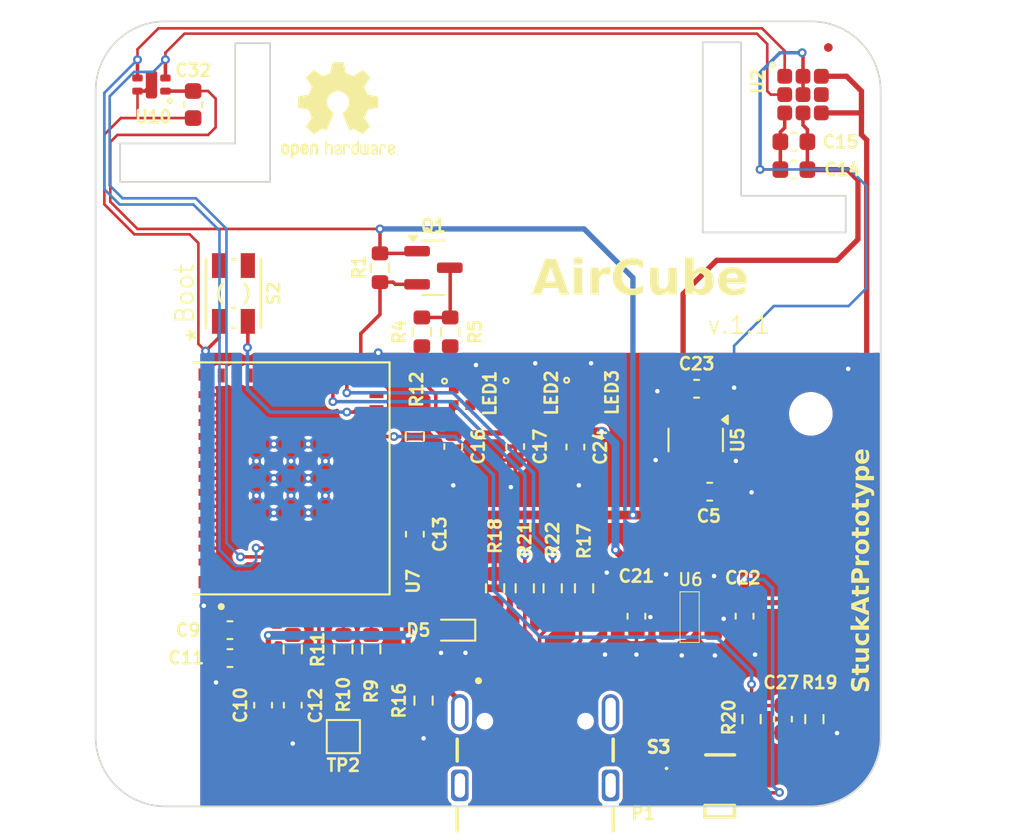
<source format=kicad_pcb>
(kicad_pcb (version 20241229) (generator "pcbnew") (generator_version "9.0")
  (layers (0 "F.Cu" signal) (2 "B.Cu" signal) (13 "F.Paste" user) (15 "B.Paste" user) (5 "F.SilkS" user "F.Silkscreen") (7 "B.SilkS" user "B.Silkscreen") (1 "F.Mask" user) (3 "B.Mask" user) (25 "Edge.Cuts" user))
  (net 0 "")
  (net 1 "GND")
  (net 2 "+3V3")
  (net 3 "/CP_EN")
  (net 4 "+1V8")
  (net 5 "+5VD")
  (net 6 "Net-(U7-IO11)")
  (net 7 "Net-(LED1-DOUT)")
  (net 8 "Net-(LED1-DIN)")
  (net 9 "Net-(LED2-DOUT)")
  (net 10 "/USB_D-")
  (net 11 "Net-(P1-CC)")
  (net 12 "/USB_D+")
  (net 13 "Net-(P1-VCONN)")
  (net 14 "Net-(P1-SHIELD)")
  (net 15 "Net-(Q1-D)")
  (net 16 "Net-(Q1-S)")
  (net 17 "/SDA")
  (net 18 "/SCL")
  (net 19 "Net-(U7-IO08)")
  (net 20 "Net-(R20-Pad2)")
  (net 21 "Net-(U7-IO9)")
  (net 45 "Net-(P1-D-)")
  (net 46 "Net-(P1-D+)")
  (footprint "Resistor_SMD:R_0603_1608Metric" (layer "F.Cu") (at 38.2 77 90)
    (property "Reference" "R10")
    (property "Value" "10k")
  )
  (footprint "Capacitor_SMD:C_0603_1608Metric" (layer "F.Cu") (at 64.025 47.9 180)
    (property "Reference" "C15")
    (property "Value" "0.1uF")
  )
  (footprint "kicad_reformed_custom_IC:MODULE_ESP32-H2-MINI-1-H2" (layer "F.Cu") (at 32.5 67.2 90)
    (property "Reference" "U7")
    (property "Value" "ESP32-H2-MINI-1")
  )
  (footprint "Fiducial:Fiducial_0.5mm_Mask1.5mm" (layer "F.Cu") (at 66.5 84)
    (property "Reference" "REF**" (hide yes))
    (property "Value" "Fiducial_0.5mm_Mask1.5mm")
  )
  (footprint "custom_IC:IN-PI15_INL" (layer "F.Cu") (at 45 62.52502)
    (property "Reference" "LED1")
    (property "Value" "IN-PI15TAT5R5G5B")
  )
  (footprint "kicad_reformed_custom_IC:ENS210" (layer "F.Cu") (at 27.2 44.625 180)
    (property "Reference" "U10")
    (property "Value" "ENS210")
  )
  (footprint "Resistor_SMD:R_0603_1608Metric" (layer "F.Cu") (at 46.9 73.5 90)
    (property "Reference" "R18")
    (property "Value" "5K1")
  )
  (footprint "Capacitor_SMD:C_0603_1608Metric" (layer "F.Cu") (at 64.025 49.5 180)
    (property "Reference" "C14")
    (property "Value" "10uF")
  )
  (footprint "Capacitor_SMD:C_0603_1608Metric" (layer "F.Cu") (at 51.5 65.4 -90)
    (property "Reference" "C24")
    (property "Value" "0.1uF")
  )
  (footprint "Resistor_SMD:R_0603_1608Metric" (layer "F.Cu") (at 44.325 58.8 -90)
    (property "Reference" "R5")
    (property "Value" "470")
  )
  (footprint "Resistor_SMD:R_0603_1608Metric" (layer "F.Cu") (at 65.2 81 -90)
    (property "Reference" "R19")
    (property "Value" "100k")
  )
  (footprint "MountingHole:MountingHole_2.2mm_M2" (layer "F.Cu") (at 46.5 45)
    (property "Reference" "REF**" (hide yes))
    (property "Value" "MountingHole_2.2mm_M2")
  )
  (footprint "Resistor_SMD:R_0603_1608Metric" (layer "F.Cu") (at 35.3 77 -90)
    (property "Reference" "R11")
    (property "Value" "10K")
  )
  (footprint "Capacitor_SMD:C_0603_1608Metric" (layer "F.Cu") (at 42.3 70.4 -90)
    (property "Reference" "C13")
    (property "Value" "0.1uF")
  )
  (footprint "Capacitor_SMD:C_0603_1608Metric" (layer "F.Cu") (at 58.45 62.0625)
    (property "Reference" "C23")
    (property "Value" "10uF")
  )
  (footprint "Package_TO_SOT_SMD:SOT-23" (layer "F.Cu") (at 58.4 65 -90)
    (property "Reference" "U5")
    (property "Value" "AP2120")
  )
  (footprint "kicad_reformed_custom_IC:LOGO_6mm_microDMG" (layer "F.Cu") (at 64.5 70)
    (property "Reference" "G***" (hide yes))
    (property "Value" "LOGO" (hide yes))
  )
  (footprint "Diode_SMD:D_SOD-523" (layer "F.Cu") (at 44.5 75.9 180)
    (property "Reference" "D5")
    (property "Value" "TPD1E10B06")
  )
  (footprint "Capacitor_SMD:C_0603_1608Metric" (layer "F.Cu") (at 48.05 65.37498 -90)
    (property "Reference" "C17")
    (property "Value" "0.1uF")
  )
  (footprint "Resistor_SMD:R_0603_1608Metric" (layer "F.Cu") (at 48.6 73.5 -90)
    (property "Reference" "R21")
    (property "Value" "22")
  )
  (footprint "kicad_reformed_custom_IC:AP2204" (layer "F.Cu") (at 58.1 75.1 -90)
    (property "Reference" "U6")
    (property "Value" "AP2205")
  )
  (footprint "Capacitor_SMD:C_0603_1608Metric" (layer "F.Cu") (at 35.3 80.2 -90)
    (property "Reference" "C12")
    (property "Value" "0.1uF")
  )
  (footprint "kicad_reformed_custom_IC:GCT_USB4105-GF-A" (layer "F.Cu") (at 49.1975 84.8)
    (property "Reference" "P1")
    (property "Value" "USB_C_Plug_USB2.0")
  )
  (footprint "MountingHole:MountingHole_2.2mm_M2" (layer "F.Cu") (at 28 82)
    (property "Reference" "REF**" (hide yes))
    (property "Value" "MountingHole_2.2mm_M2")
  )
  (footprint "Capacitor_SMD:C_0603_1608Metric" (layer "F.Cu") (at 59.2 67.9625)
    (property "Reference" "C5")
    (property "Value" "1uF")
  )
  (footprint "MountingHole:MountingHole_2.2mm_M2" (layer "F.Cu") (at 65 63.5)
    (property "Reference" "REF**" (hide yes))
    (property "Value" "MountingHole_2.2mm_M2")
  )
  (footprint "Symbol:OSHW-Logo2_7.3x6mm_SilkScreen" (layer "F.Cu") (at 37.9 46.1)
    (property "Reference" "REF**" (hide yes))
    (property "Value" "OSHW-Logo2_7.3x6mm_SilkScreen" (hide yes))
  )
  (footprint "Resistor_SMD:R_0603_1608Metric" (layer "F.Cu") (at 42.7 58.8 -90)
    (property "Reference" "R4")
    (property "Value" "10K")
  )
  (footprint "Resistor_SMD:R_0603_1608Metric" (layer "F.Cu") (at 42.7975 79.9375 -90)
    (property "Reference" "R16")
    (property "Value" "1M")
  )
  (footprint "Capacitor_SMD:C_0603_1608Metric" (layer "F.Cu") (at 44.5 65.37498 -90)
    (property "Reference" "C16")
    (property "Value" "0.1uF")
  )
  (footprint "Fiducial:Fiducial_0.5mm_Mask1.5mm" (layer "F.Cu") (at 32 84.5)
    (property "Reference" "REF**" (hide yes))
    (property "Value" "Fiducial_0.5mm_Mask1.5mm")
  )
  (footprint "kicad_reformed_custom_IC:SWITCH_0SMTRLFS" (layer "F.Cu") (at 31.9 56.6 90)
    (property "Reference" "S2")
    (property "Value" "SWITCH_0SMTRLFS")
  )
  (footprint "Capacitor_SMD:C_0603_1608Metric" (layer "F.Cu") (at 29.59 45.77 -90)
    (property "Reference" "C32")
    (property "Value" "0.1uF")
  )
  (footprint "Capacitor_SMD:C_0603_1608Metric" (layer "F.Cu") (at 63.4 81 -90)
    (property "Reference" "C27")
    (property "Value" "0.1uF")
  )
  (footprint "Resistor_SMD:R_0603_1608Metric" (layer "F.Cu") (at 61.6 81 -90)
    (property "Reference" "R20")
    (property "Value" "10k")
  )
  (footprint "Resistor_SMD:R_0603_1608Metric" (layer "F.Cu") (at 42.3 64.8 -90)
    (property "Reference" "R12")
    (property "Value" "10K")
  )
  (footprint "Capacitor_SMD:C_0603_1608Metric" (layer "F.Cu") (at 61.2 75.1 -90)
    (property "Reference" "C22")
    (property "Value" "10uF")
  )
  (footprint "Resistor_SMD:R_0603_1608Metric" (layer "F.Cu") (at 40.3 55.125 90)
    (property "Reference" "R1")
    (property "Value" "10K")
  )
  (footprint "Fiducial:Fiducial_0.5mm_Mask1.5mm" (layer "F.Cu") (at 66 42.5)
    (property "Reference" "REF**" (hide yes))
    (property "Value" "Fiducial_0.5mm_Mask1.5mm")
  )
  (footprint "kicad_reformed_custom_IC:ENS161" (layer "F.Cu") (at 64.6 45.2)
    (property "Reference" "U2")
    (property "Value" "ENS161")
  )
  (footprint "custom_IC:TL1016AAF220QG" (layer "F.Cu") (at 59.775 84.5)
    (property "Reference" "S3")
    (property "Value" "TL1016AAF220QG" (hide yes))
  )
  (footprint "Resistor_SMD:R_0603_1608Metric" (layer "F.Cu") (at 52 73.5 90)
    (property "Reference" "R17")
    (property "Value" "5K1")
  )
  (footprint "Capacitor_SMD:C_0603_1608Metric" (layer "F.Cu") (at 33.6 80.2 -90)
    (property "Reference" "C10")
    (property "Value" "1uF")
  )
  (footprint "Capacitor_SMD:C_0603_1608Metric" (layer "F.Cu") (at 55 75.1 -90)
    (property "Reference" "C21")
    (property "Value" "10uF")
  )
  (footprint "Package_TO_SOT_SMD:SOT-23" (layer "F.Cu") (at 43.3625 55.125)
    (property "Reference" "Q1")
    (property "Value" "BSS138")
  )
  (footprint "Capacitor_SMD:C_0603_1608Metric" (layer "F.Cu") (at 31.7 75.9 180)
    (property "Reference" "C9")
    (property "Value" "47uF")
  )
  (footprint "custom_IC:IN-PI15_INL" (layer "F.Cu") (at 48.525 62.5)
    (property "Reference" "LED2")
    (property "Value" "IN-PI15TAT5R5G5B")
  )
  (footprint "TestPoint:TestPoint_Pad_1.5x1.5mm" (layer "F.Cu") (at 38.2 82 180)
    (property "Reference" "TP2")
    (property "Value" "TestPoint")
  )
  (footprint "custom_IC:IN-PI15_INL" (layer "F.Cu") (at 52 62.47498)
    (property "Reference" "LED3")
    (property "Value" "IN-PI15TAT5R5G5B")
  )
  (footprint "Resistor_SMD:R_0603_1608Metric" (layer "F.Cu") (at 50.2 73.5 90)
    (property "Reference" "R22")
    (property "Value" "22")
  )
  (footprint "Capacitor_SMD:C_0603_1608Metric" (layer "F.Cu") (at 31.7 77.5 180)
    (property "Reference" "C11")
    (property "Value" "0.1uF")
  )
  (footprint "Resistor_SMD:R_0603_1608Metric" (layer "F.Cu") (at 39.8 77 90)
    (property "Reference" "R9")
    (property "Value" "10k")
  )
  (gr_line (start 61 51) (end 67 51) (stroke (width 0.1)) (layer "Edge.Cuts"))
  (gr_line (start 25.4 48) (end 25.4 50.2) (stroke (width 0.1)) (layer "Edge.Cuts"))
  (gr_line (start 32 48) (end 25.4 48) (stroke (width 0.1)) (layer "Edge.Cuts"))
  (gr_line (start 61 42.2) (end 61 51) (stroke (width 0.1)) (layer "Edge.Cuts"))
  (gr_line (start 69 45) (end 69 82) (stroke (width 0.1)) (layer "Edge.Cuts"))
  (gr_line (start 67 53.1) (end 58.8 53.1) (stroke (width 0.1)) (layer "Edge.Cuts"))
  (gr_line (start 67 51) (end 67 53.1) (stroke (width 0.1)) (layer "Edge.Cuts"))
  (gr_line (start 34 42.25) (end 32 42.25) (stroke (width 0.1)) (layer "Edge.Cuts"))
  (gr_arc (start 65 41) (mid 67.828427 42.171573) (end 69 45) (stroke (width 0.1)) (layer "Edge.Cuts"))
  (gr_line (start 24 82) (end 24 45) (stroke (width 0.1)) (layer "Edge.Cuts"))
  (gr_line (start 32 42.25) (end 32 48) (stroke (width 0.1)) (layer "Edge.Cuts"))
  (gr_line (start 25.4 50.2) (end 34 50.2) (stroke (width 0.1)) (layer "Edge.Cuts"))
  (gr_line (start 28 41) (end 65 41) (stroke (width 0.1)) (layer "Edge.Cuts"))
  (gr_arc (start 28 86) (mid 25.171573 84.828427) (end 24 82) (stroke (width 0.1)) (layer "Edge.Cuts"))
  (gr_line (start 58.8 42.2) (end 61 42.2) (stroke (width 0.1)) (layer "Edge.Cuts"))
  (gr_arc (start 69 82) (mid 67.828427 84.828427) (end 65 86) (stroke (width 0.1)) (layer "Edge.Cuts"))
  (gr_line (start 58.8 53.1) (end 58.8 42.2) (stroke (width 0.1)) (layer "Edge.Cuts"))
  (gr_arc (start 24 45) (mid 25.171573 42.171573) (end 28 41) (stroke (width 0.1)) (layer "Edge.Cuts"))
  (gr_line (start 65 86) (end 28 86) (stroke (width 0.1)) (layer "Edge.Cuts"))
  (gr_line (start 34 50.2) (end 34 42.25) (stroke (width 0.1)) (layer "Edge.Cuts"))
  (gr_text "Boot" (at 29.7 58.4 90) (layer "F.SilkS") (effects (font (size 1.016 1.016) (thickness 0.1016) (bold yes)) (justify left bottom)))
  (gr_text "AirCube" (at 49 57 0) (layer "F.SilkS") (effects (font (size 2 2) (thickness 0.1016) (bold yes)) (justify left bottom)))
  (gr_text "StuckAtPrototype" (at 68.5 79.5 90) (layer "F.SilkS") (effects (font (size 1 1) (thickness 0.1016) (bold yes)) (justify left bottom)))
  (gr_text "v.1.1" (at 59 59 0) (layer "F.SilkS") (effects (font (size 1 1) (thickness 0.1016) (bold yes)) (justify left bottom)))
  (segment (start 64.55 45.2) (end 64.55 44.15) (width 0.2032) (layer "F.Cu") (net 1))
  (segment (start 25.445 46.545) (end 24.5 47.49) (width 0.1524) (layer "F.Cu") (net 1))
  (segment (start 62.09 49.49) (end 63.24 49.49) (width 0.1524) (layer "F.Cu") (net 1))
  (segment (start 26.4 45) (end 26.4 46.535) (width 0.1524) (layer "F.Cu") (net 1))
  (segment (start 26.825 45) (end 27.2 44.625) (width 0.2032) (layer "F.Cu") (net 1))
  (segment (start 26.22 53.21) (end 29.39 53.21) (width 0.1524) (layer "F.Cu") (net 1))
  (segment (start 63.25 47.9) (end 63.25 47.35) (width 0.2032) (layer "F.Cu") (net 1))
  (segment (start 31.075 59.125) (end 31.075 58.2002) (width 0.2032) (layer "F.Cu") (net 1))
  (segment (start 29.39 53.21) (end 29.89 53.71) (width 0.1524) (layer "F.Cu") (net 1))
  (segment (start 24.5 47.49) (end 24.5 51.49) (width 0.1524) (layer "F.Cu") (net 1))
  (segment (start 26.39 46.545) (end 25.445 46.545) (width 0.1524) (layer "F.Cu") (net 1))
  (segment (start 63.5 47.1) (end 63.5 46.25) (width 0.2032) (layer "F.Cu") (net 1))
  (segment (start 24.5 51.49) (end 26.22 53.21) (width 0.1524) (layer "F.Cu") (net 1))
  (segment (start 29.89 53.71) (end 29.89 59.49) (width 0.1524) (layer "F.Cu") (net 1))
  (segment (start 26.4 45) (end 26.825 45) (width 0.2032) (layer "F.Cu") (net 1))
  (segment (start 29.89 59.49) (end 30.3 59.9) (width 0.1524) (layer "F.Cu") (net 1))
  (segment (start 64.55 42.85) (end 64.5 42.8) (width 0.2032) (layer "F.Cu") (net 1))
  (segment (start 63.25 47.35) (end 63.5 47.1) (width 0.2032) (layer "F.Cu") (net 1))
  (segment (start 29.59 46.545) (end 26.39 46.545) (width 0.1524) (layer "F.Cu") (net 1))
  (segment (start 30.3 59.9) (end 31.075 59.125) (width 0.2032) (layer "F.Cu") (net 1))
  (segment (start 63.25 49.5) (end 63.25 47.9) (width 0.2032) (layer "F.Cu") (net 1))
  (segment (start 63.24 49.49) (end 63.25 49.5) (width 0.1524) (layer "F.Cu") (net 1))
  (segment (start 64.55 44.15) (end 64.55 42.85) (width 0.2032) (layer "F.Cu") (net 1))
  (segment (start 26.4 46.535) (end 26.39 46.545) (width 0.1524) (layer "F.Cu") (net 1))
  (via (at 57.6 77.35) (size 0.508) (drill 0.254) (layers "F.Cu" "B.Cu") (net 1))
  (via (at 56.7 72.7) (size 0.508) (drill 0.254) (layers "F.Cu" "B.Cu") (net 1))
  (via (at 51.7 67.6) (size 0.508) (drill 0.254) (layers "F.Cu" "B.Cu") (net 1))
  (via (at 30.2 74.5) (size 0.508) (drill 0.254) (layers "F.Cu" "B.Cu") (net 1))
  (via (at 30.3 59.9) (size 0.508) (drill 0.254) (layers "F.Cu" "B.Cu") (net 1))
  (via (at 35.3 82.4) (size 0.508) (drill 0.254) (layers "F.Cu" "B.Cu") (net 1))
  (via (at 64.5 42.8) (size 0.508) (drill 0.254) (layers "F.Cu" "B.Cu") (net 1))
  (via (at 45.8 60.7) (size 0.508) (drill 0.254) (layers "F.Cu" "B.Cu") (net 1))
  (via (at 52.4 60.6) (size 0.508) (drill 0.254) (layers "F.Cu" "B.Cu") (net 1))
  (via (at 60 75.25) (size 0.508) (drill 0.254) (layers "F.Cu" "B.Cu") (net 1))
  (via (at 61.8 77.3) (size 0.508) (drill 0.254) (layers "F.Cu" "B.Cu") (net 1))
  (via (at 55.8 75.15) (size 0.508) (drill 0.254) (layers "F.Cu" "B.Cu") (net 1))
  (via (at 45.2 77.2) (size 0.508) (drill 0.254) (layers "F.Cu" "B.Cu") (net 1))
  (via (at 53.2 77.3) (size 0.508) (drill 0.254) (layers "F.Cu" "B.Cu") (net 1))
  (via (at 30.9 78.9) (size 0.508) (drill 0.254) (layers "F.Cu" "B.Cu") (net 1))
  (via (at 44.5 67.6) (size 0.508) (drill 0.254) (layers "F.Cu" "B.Cu") (net 1))
  (via (at 66.5 81.8) (size 0.508) (drill 0.254) (layers "F.Cu" "B.Cu") (net 1))
  (via (at 40.2 60) (size 0.508) (drill 0.254) (layers "F.Cu" "B.Cu") (net 1))
  (via (at 56.2 62.2) (size 0.508) (drill 0.254) (layers "F.Cu" "B.Cu") (net 1))
  (via (at 59.5 77.35) (size 0.508) (drill 0.254) (layers "F.Cu" "B.Cu") (net 1))
  (via (at 49.2 60.6) (size 0.508) (drill 0.254) (layers "F.Cu" "B.Cu") (net 1))
  (via (at 59.45 72.8) (size 0.508) (drill 0.254) (layers "F.Cu" "B.Cu") (net 1))
  (via (at 67.14 60.92) (size 0.508) (drill 0.254) (layers "F.Cu" "B.Cu") (net 1))
  (via (at 60.7 66.2) (size 0.508) (drill 0.254) (layers "F.Cu" "B.Cu") (net 1))
  (via (at 53.3 72.6) (size 0.508) (drill 0.254) (layers "F.Cu" "B.Cu") (net 1))
  (via (at 61.6 68) (size 0.508) (drill 0.254) (layers "F.Cu" "B.Cu") (net 1))
  (via (at 42.8 82.1) (size 0.508) (drill 0.254) (layers "F.Cu" "B.Cu") (net 1))
  (via (at 60.6 62) (size 0.508) (drill 0.254) (layers "F.Cu" "B.Cu") (net 1))
  (via (at 55 77.3) (size 0.508) (drill 0.254) (layers "F.Cu" "B.Cu") (net 1))
  (via (at 43.8 77.2) (size 0.508) (drill 0.254) (layers "F.Cu" "B.Cu") (net 1))
  (via (at 62.09 49.49) (size 0.508) (drill 0.254) (layers "F.Cu" "B.Cu") (net 1))
  (via (at 56.1 66.15) (size 0.508) (drill 0.254) (layers "F.Cu" "B.Cu") (net 1))
  (via (at 47.8 67.7) (size 0.508) (drill 0.254) (layers "F.Cu" "B.Cu") (net 1))
  (segment (start 64.5 42.8) (end 63.23 42.8) (width 0.2032) (layer "B.Cu") (net 1))
  (segment (start 68.18 50.43) (end 68.18 56.3) (width 0.1524) (layer "B.Cu") (net 1))
  (segment (start 68.18 56.3) (end 67.16 57.32) (width 0.1524) (layer "B.Cu") (net 1))
  (segment (start 60.6 59.6) (end 60.6 62) (width 0.1524) (layer "B.Cu") (net 1))
  (segment (start 62.09 49.49) (end 67.24 49.49) (width 0.1524) (layer "B.Cu") (net 1))
  (segment (start 63.23 42.8) (end 62.09 43.94) (width 0.2032) (layer "B.Cu") (net 1))
  (segment (start 62.09 43.94) (end 62.09 49.49) (width 0.2032) (layer "B.Cu") (net 1))
  (segment (start 62.88 57.32) (end 60.6 59.6) (width 0.1524) (layer "B.Cu") (net 1))
  (segment (start 67.16 57.32) (end 62.88 57.32) (width 0.1524) (layer "B.Cu") (net 1))
  (segment (start 67.24 49.49) (end 68.18 50.43) (width 0.1524) (layer "B.Cu") (net 1))
  (segment (start 61.575 85.225) (end 57.975 85.225) (width 0.2032) (layer "F.Cu") (net 2))
  (segment (start 67.9 47.5) (end 68.2 47.8) (width 0.3048) (layer "F.Cu") (net 2))
  (segment (start 67.05 44.15) (end 67.2 44.3) (width 0.3048) (layer "F.Cu") (net 2))
  (segment (start 41.075 77.825) (end 41.9 77) (width 0.3048) (layer "F.Cu") (net 2))
  (segment (start 32.8 73.1) (end 32.8 74.5) (width 0.3048) (layer "F.Cu") (net 2))
  (segment (start 61.575 85.225) (end 63.175 85.225) (width 0.2032) (layer "F.Cu") (net 2))
  (segment (start 40.3 52.9) (end 26.4 52.9) (width 0.1524) (layer "F.Cu") (net 2))
  (segment (start 54.8 69.3) (end 46.1 69.3) (width 0.508) (layer "F.Cu") (net 2))
  (segment (start 29.445 45) (end 29.45 44.995) (width 0.2032) (layer "F.Cu") (net 2))
  (segment (start 68.2 71.3) (end 65.175 74.325) (width 0.3048) (layer "F.Cu") (net 2))
  (segment (start 30.88 45.43) (end 30.445 44.995) (width 0.1524) (layer "F.Cu") (net 2))
  (segment (start 30.45 47.51) (end 30.88 47.08) (width 0.1524) (layer "F.Cu") (net 2))
  (segment (start 58.3 69.3) (end 54.8 69.3) (width 0.508) (layer "F.Cu") (net 2))
  (segment (start 42.3 69.625) (end 44.625 69.625) (width 0.4572) (layer "F.Cu") (net 2))
  (segment (start 33.925 76.175) (end 33.9 76.2) (width 0.3048) (layer "F.Cu") (net 2))
  (segment (start 29.45 44.995) (end 29.59 44.995) (width 0.2032) (layer "F.Cu") (net 2))
  (segment (start 30.88 47.08) (end 30.88 45.43) (width 0.1524) (layer "F.Cu") (net 2))
  (segment (start 63.175 85.225) (end 63.2 85.2) (width 0.2032) (layer "F.Cu") (net 2))
  (segment (start 44.3 72.7) (end 41.9 75.1) (width 0.508) (layer "F.Cu") (net 2))
  (segment (start 65.6 44.15) (end 67.05 44.15) (width 0.3048) (layer "F.Cu") (net 2))
  (segment (start 40.3 54.3) (end 40.3 52.9) (width 0.2032) (layer "F.Cu") (net 2))
  (segment (start 60.3 74.2) (end 60.425 74.325) (width 0.2032) (layer "F.Cu") (net 2))
  (segment (start 40.1 69.6) (end 42.275 69.6) (width 0.2032) (layer "F.Cu") (net 2))
  (segment (start 42.3 54.3) (end 42.425 54.175) (width 0.2032) (layer "F.Cu") (net 2))
  (segment (start 32.8 74.5) (end 32.475 74.825) (width 0.3048) (layer "F.Cu") (net 2))
  (segment (start 61.2 71.6) (end 58.9 69.3) (width 0.508) (layer "F.Cu") (net 2))
  (segment (start 58.9 69.3) (end 58.3 69.3) (width 0.508) (layer "F.Cu") (net 2))
  (segment (start 65.6 46.25) (end 67.85 46.25) (width 0.3048) (layer "F.Cu") (net 2))
  (segment (start 44.3 71.1) (end 44.3 72.7) (width 0.508) (layer "F.Cu") (net 2))
  (segment (start 68.2 47.8) (end 68.2 71.3) (width 0.3048) (layer "F.Cu") (net 2))
  (segment (start 65.175 74.325) (end 61.2 74.325) (width 0.3048) (layer "F.Cu") (net 2))
  (segment (start 44.625 69.625) (end 45.2 70.2) (width 0.4572) (layer "F.Cu") (net 2))
  (segment (start 24.84 51.34) (end 24.84 47.92) (width 0.1524) (layer "F.Cu") (net 2))
  (segment (start 24.84 47.92) (end 25.25 47.51) (width 0.1524) (layer "F.Cu") (net 2))
  (segment (start 33.9 76.2) (end 33.9 77.1) (width 0.3048) (layer "F.Cu") (net 2))
  (segment (start 61.2 74.325) (end 61.2 73) (width 0.508) (layer "F.Cu") (net 2))
  (segment (start 28 45) (end 29.445 45) (width 0.2032) (layer "F.Cu") (net 2))
  (segment (start 35.3 76.175) (end 33.925 76.175) (width 0.3048) (layer "F.Cu") (net 2))
  (segment (start 67.9 46.2) (end 67.9 47.5) (width 0.3048) (layer "F.Cu") (net 2))
  (segment (start 45.2 70.2) (end 44.3 71.1) (width 0.508) (layer "F.Cu") (net 2))
  (segment (start 58.425 67.9625) (end 58.425 69.175) (width 0.3048) (layer "F.Cu") (net 2))
  (segment (start 59.4 74.2) (end 60.3 74.2) (width 0.2032) (layer "F.Cu") (net 2))
  (segment (start 33.5 77.5) (end 32.475 77.5) (width 0.3048) (layer "F.Cu") (net 2))
  (segment (start 25.25 47.51) (end 30.45 47.51) (width 0.1524) (layer "F.Cu") (net 2))
  (segment (start 67.9 45) (end 67.9 46.2) (width 0.3048) (layer "F.Cu") (net 2))
  (segment (start 58.425 65.9625) (end 58.4 65.9375) (width 0.3048) (layer "F.Cu") (net 2))
  (segment (start 41.9 75.1) (end 41.9 76.2) (width 0.508) (layer "F.Cu") (net 2))
  (segment (start 42.3 65.625) (end 42.3 69.625) (width 0.2032) (layer "F.Cu") (net 2))
  (segment (start 38.2 77.825) (end 39.8 77.825) (width 0.3048) (layer "F.Cu") (net 2))
  (segment (start 40.3 54.3) (end 42.3 54.3) (width 0.2032) (layer "F.Cu") (net 2))
  (segment (start 58.425 69.175) (end 58.3 69.3) (width 0.3048) (layer "F.Cu") (net 2))
  (segment (start 42.275 69.6) (end 42.3 69.625) (width 0.2032) (layer "F.Cu") (net 2))
  (segment (start 46.1 69.3) (end 45.2 70.2) (width 0.508) (layer "F.Cu") (net 2))
  (segment (start 26.4 52.9) (end 24.84 51.34) (width 0.1524) (layer "F.Cu") (net 2))
  (segment (start 67.2 44.3) (end 67.9 45) (width 0.3048) (layer "F.Cu") (net 2))
  (segment (start 30.445 44.995) (end 29.59 44.995) (width 0.1524) (layer "F.Cu") (net 2))
  (segment (start 32.475 74.825) (end 32.475 75.9) (width 0.3048) (layer "F.Cu") (net 2))
  (segment (start 39.8 77.825) (end 41.075 77.825) (width 0.3048) (layer "F.Cu") (net 2))
  (segment (start 41.9 77) (end 41.9 76.2) (width 0.3048) (layer "F.Cu") (net 2))
  (segment (start 33.9 77.1) (end 33.5 77.5) (width 0.3048) (layer "F.Cu") (net 2))
  (segment (start 58.425 67.9625) (end 58.425 65.9625) (width 0.3048) (layer "F.Cu") (net 2))
  (segment (start 61.2 73) (end 61.2 71.6) (width 0.508) (layer "F.Cu") (net 2))
  (segment (start 32.475 77.5) (end 32.475 75.9) (width 0.3048) (layer "F.Cu") (net 2))
  (segment (start 67.85 46.25) (end 67.9 46.2) (width 0.3048) (layer "F.Cu") (net 2))
  (segment (start 60.425 74.325) (end 61.2 74.325) (width 0.2032) (layer "F.Cu") (net 2))
  (via (at 40.3 52.9) (size 0.508) (drill 0.254) (layers "F.Cu" "B.Cu") (net 2))
  (via (at 61.2 73) (size 0.508) (drill 0.254) (layers "F.Cu" "B.Cu") (net 2))
  (via (at 33.9 76.2) (size 0.508) (drill 0.254) (layers "F.Cu" "B.Cu") (net 2))
  (via (at 54.8 69.3) (size 0.508) (drill 0.254) (layers "F.Cu" "B.Cu") (net 2))
  (via (at 63.2 85.2) (size 0.508) (drill 0.254) (layers "F.Cu" "B.Cu") (net 2))
  (via (at 41.9 76.2) (size 0.508) (drill 0.254) (layers "F.Cu" "B.Cu") (net 2))
  (segment (start 54.8 55.7) (end 54.8 69.3) (width 0.3048) (layer "B.Cu") (net 2))
  (segment (start 62.3 73) (end 61.2 73) (width 0.2032) (layer "B.Cu") (net 2))
  (segment (start 62.8 73.5) (end 62.3 73) (width 0.2032) (layer "B.Cu") (net 2))
  (segment (start 52 52.9) (end 54.8 55.7) (width 0.3048) (layer "B.Cu") (net 2))
  (segment (start 62.8 84.8) (end 62.8 73.5) (width 0.2032) (layer "B.Cu") (net 2))
  (segment (start 41.9 76.2) (end 33.9 76.2) (width 0.508) (layer "B.Cu") (net 2))
  (segment (start 40.3 52.9) (end 52 52.9) (width 0.3048) (layer "B.Cu") (net 2))
  (segment (start 63.2 85.2) (end 62.8 84.8) (width 0.2032) (layer "B.Cu") (net 2))
  (segment (start 33.6 79.425) (end 35.3 79.425) (width 0.2032) (layer "F.Cu") (net 3))
  (segment (start 36.275 77.825) (end 36.8 77.3) (width 0.2032) (layer "F.Cu") (net 3))
  (segment (start 38.2 82) (end 38.2 80.2) (width 0.2032) (layer "F.Cu") (net 3))
  (segment (start 35.3 77.825) (end 36.275 77.825) (width 0.2032) (layer "F.Cu") (net 3))
  (segment (start 36.8 77.3) (end 36.8 73.1) (width 0.2032) (layer "F.Cu") (net 3))
  (segment (start 37.425 79.425) (end 35.3 79.425) (width 0.2032) (layer "F.Cu") (net 3))
  (segment (start 38.2 80.2) (end 37.425 79.425) (width 0.2032) (layer "F.Cu") (net 3))
  (segment (start 35.3 79.425) (end 35.3 77.825) (width 0.2032) (layer "F.Cu") (net 3))
  (segment (start 67.1 49.5) (end 67.7 50.1) (width 0.3048) (layer "F.Cu") (net 4))
  (segment (start 64.8 47.2) (end 64.55 46.95) (width 0.2032) (layer "F.Cu") (net 4))
  (segment (start 64.8 47.9) (end 64.8 47.2) (width 0.2032) (layer "F.Cu") (net 4))
  (segment (start 57.675 62.825) (end 57.675 62.0625) (width 0.3048) (layer "F.Cu") (net 4))
  (segment (start 67.7 53.5) (end 66.5 54.7) (width 0.3048) (layer "F.Cu") (net 4))
  (segment (start 66.5 54.7) (end 59.6 54.7) (width 0.3048) (layer "F.Cu") (net 4))
  (segment (start 64.8 47.9) (end 64.8 49.5) (width 0.2032) (layer "F.Cu") (net 4))
  (segment (start 57.675 56.625) (end 57.675 62.0625) (width 0.3048) (layer "F.Cu") (net 4))
  (segment (start 57.45 63.05) (end 57.675 62.825) (width 0.3048) (layer "F.Cu") (net 4))
  (segment (start 59.6 54.7) (end 57.675 56.625) (width 0.3048) (layer "F.Cu") (net 4))
  (segment (start 64.55 46.95) (end 64.55 46.25) (width 0.2032) (layer "F.Cu") (net 4))
  (segment (start 67.7 50.1) (end 67.7 53.5) (width 0.3048) (layer "F.Cu") (net 4))
  (segment (start 57.45 64.0625) (end 57.45 63.05) (width 0.3048) (layer "F.Cu") (net 4))
  (segment (start 64.8 49.5) (end 67.1 49.5) (width 0.3048) (layer "F.Cu") (net 4))
  (segment (start 54.3 71.8) (end 53.8 71.3) (width 0.4572) (layer "F.Cu") (net 5))
  (segment (start 51.475 62.99996) (end 51.525 62.94996) (width 0.2032) (layer "F.Cu") (net 5))
  (segment (start 44.5 63.025) (end 44.525 63) (width 0.2032) (layer "F.Cu") (net 5))
  (segment (start 43.69998 64.59998) (end 44.5 64.59998) (width 0.2032) (layer "F.Cu") (net 5))
  (segment (start 51.5975 80.045) (end 51.5975 77.6025) (width 0.4572) (layer "F.Cu") (net 5))
  (segment (start 56.8 74.2) (end 56 74.2) (width 0.3048) (layer "F.Cu") (net 5))
  (segment (start 42.7 61.6) (end 43.5 62.4) (width 0.2032) (layer "F.Cu") (net 5))
  (segment (start 46.7975 80.045) (end 46.7975 80.7575) (width 0.2032) (layer "F.Cu") (net 5))
  (segment (start 51.475 64.6) (end 51.475 62.99996) (width 0.2032) (layer "F.Cu") (net 5))
  (segment (start 44.5 64.59998) (end 44.5 63.025) (width 0.2032) (layer "F.Cu") (net 5))
  (segment (start 57.9 74.4) (end 57.7 74.2) (width 0.3048) (layer "F.Cu") (net 5))
  (segment (start 47.28 81.24) (end 51.147256 81.24) (width 0.2032) (layer "F.Cu") (net 5))
  (segment (start 48.05 64.59998) (end 48.05 62.97498) (width 0.2032) (layer "F.Cu") (net 5))
  (segment (start 48.05 64.59998) (end 44.5 64.59998) (width 0.3048) (layer "F.Cu") (net 5))
  (segment (start 43.5 64.4) (end 43.69998 64.59998) (width 0.2032) (layer "F.Cu") (net 5))
  (segment (start 48.05 64.59998) (end 51.47498 64.59998) (width 0.3048) (layer "F.Cu") (net 5))
  (segment (start 51.147256 81.24) (end 51.5975 80.789756) (width 0.2032) (layer "F.Cu") (net 5))
  (segment (start 51.5 64.625) (end 51.475 64.6) (width 0.2032) (layer "F.Cu") (net 5))
  (segment (start 56 74.2) (end 55.875 74.325) (width 0.3048) (layer "F.Cu") (net 5))
  (segment (start 51.5 64.50004) (end 51.5 64.625) (width 0.4572) (layer "F.Cu") (net 5))
  (segment (start 51.47498 64.59998) (end 51.5 64.625) (width 0.3048) (layer "F.Cu") (net 5))
  (segment (start 51.50004 64.5) (end 51.5 64.50004) (width 0.4572) (layer "F.Cu") (net 5))
  (segment (start 56.8 76.1) (end 57.7 76.1) (width 0.3048) (layer "F.Cu") (net 5))
  (segment (start 57.9 75.9) (end 57.9 74.4) (width 0.3048) (layer "F.Cu") (net 5))
  (segment (start 46.7975 76.2975) (end 46.4 75.9) (width 0.2032) (layer "F.Cu") (net 5))
  (segment (start 43.5 62.4) (end 43.5 64.4) (width 0.2032) (layer "F.Cu") (net 5))
  (segment (start 46.7975 80.7575) (end 47.28 81.24) (width 0.2032) (layer "F.Cu") (net 5))
  (segment (start 55 74.325) (end 55 72.5) (width 0.4572) (layer "F.Cu") (net 5))
  (segment (start 55.875 74.325) (end 55 74.325) (width 0.3048) (layer "F.Cu") (net 5))
  (segment (start 42.7 59.625) (end 42.7 61.6) (width 0.2032) (layer "F.Cu") (net 5))
  (segment (start 46.4 75.9) (end 45.2 75.9) (width 0.2032) (layer "F.Cu") (net 5))
  (segment (start 57.7 74.2) (end 56.8 74.2) (width 0.3048) (layer "F.Cu") (net 5))
  (segment (start 53.1 75) (end 53.775 74.325) (width 0.4572) (layer "F.Cu") (net 5))
  (segment (start 55 72.5) (end 54.3 71.8) (width 0.4572) (layer "F.Cu") (net 5))
  (segment (start 57.7 76.1) (end 57.9 75.9) (width 0.3048) (layer "F.Cu") (net 5))
  (segment (start 51.5975 77.6025) (end 53.1 76.1) (width 0.4572) (layer "F.Cu") (net 5))
  (segment (start 53.1 76.1) (end 53.1 75) (width 0.4572) (layer "F.Cu") (net 5))
  (segment (start 51.5975 80.789756) (end 51.5975 80.045) (width 0.2032) (layer "F.Cu") (net 5))
  (segment (start 53.775 74.325) (end 55 74.325) (width 0.4572) (layer "F.Cu") (net 5))
  (segment (start 46.7975 80.045) (end 46.7975 76.2975) (width 0.2032) (layer "F.Cu") (net 5))
  (segment (start 53 64.5) (end 51.50004 64.5) (width 0.4572) (layer "F.Cu") (net 5))
  (via (at 53.8 71.3) (size 0.508) (drill 0.254) (layers "F.Cu" "B.Cu") (net 5))
  (via (at 53 64.5) (size 0.508) (drill 0.254) (layers "F.Cu" "B.Cu") (net 5))
  (segment (start 53.1 64.5) (end 53 64.5) (width 0.4572) (layer "B.Cu") (net 5))
  (segment (start 53.8 65.2) (end 53.1 64.5) (width 0.4572) (layer "B.Cu") (net 5))
  (segment (start 53.8 71.3) (end 53.8 65.2) (width 0.4572) (layer "B.Cu") (net 5))
  (segment (start 40.1 64.8) (end 41.1 64.8) (width 0.2032) (layer "F.Cu") (net 6))
  (segment (start 63.45 80.175) (end 63.4 80.225) (width 0.2032) (layer "F.Cu") (net 6))
  (segment (start 65.2 80.175) (end 63.45 80.175) (width 0.2032) (layer "F.Cu") (net 6))
  (segment (start 61.6 79) (end 61.6 80.175) (width 0.2032) (layer "F.Cu") (net 6))
  (segment (start 63.4 80.225) (end 61.65 80.225) (width 0.2032) (layer "F.Cu") (net 6))
  (segment (start 61.65 80.225) (end 61.6 80.175) (width 0.2032) (layer "F.Cu") (net 6))
  (via (at 61.6 79) (size 0.508) (drill 0.254) (layers "F.Cu" "B.Cu") (net 6))
  (via (at 41.1 64.8) (size 0.508) (drill 0.254) (layers "F.Cu" "B.Cu") (net 6))
  (segment (start 46.8 67) (end 46.8 71.5) (width 0.2032) (layer "B.Cu") (net 6))
  (segment (start 46.8 73.6) (end 48.6 75.4) (width 0.2032) (layer "B.Cu") (net 6))
  (segment (start 61.6 78.3) (end 61.6 79) (width 0.2032) (layer "B.Cu") (net 6))
  (segment (start 48.6 75.4) (end 49.5 76.3) (width 0.2032) (layer "B.Cu") (net 6))
  (segment (start 46.1 66.3) (end 46.8 67) (width 0.2032) (layer "B.Cu") (net 6))
  (segment (start 46.8 71.5) (end 46.8 73.6) (width 0.2032) (layer "B.Cu") (net 6))
  (segment (start 44.6 64.8) (end 46.1 66.3) (width 0.2032) (layer "B.Cu") (net 6))
  (segment (start 41.1 64.8) (end 44.6 64.8) (width 0.2032) (layer "B.Cu") (net 6))
  (segment (start 56.8 76.3) (end 59.6 76.3) (width 0.2032) (layer "B.Cu") (net 6))
  (segment (start 49.5 76.3) (end 56.8 76.3) (width 0.2032) (layer "B.Cu") (net 6))
  (segment (start 61.5 78.2) (end 61.6 78.3) (width 0.2032) (layer "B.Cu") (net 6))
  (segment (start 59.6 76.3) (end 61.5 78.2) (width 0.2032) (layer "B.Cu") (net 6))
  (segment (start 47.17498 62.02502) (end 48.05 62.02502) (width 0.2032) (layer "F.Cu") (net 7))
  (segment (start 46.2 63) (end 47.17498 62.02502) (width 0.2032) (layer "F.Cu") (net 7))
  (segment (start 45.475 63) (end 46.2 63) (width 0.2032) (layer "F.Cu") (net 7))
  (segment (start 44.525 61.025) (end 44.325 60.825) (width 0.2032) (layer "F.Cu") (net 8))
  (segment (start 44.525 62.05004) (end 44.525 61.025) (width 0.2032) (layer "F.Cu") (net 8))
  (segment (start 44.325 60.825) (end 44.325 59.625) (width 0.2032) (layer "F.Cu") (net 8))
  (segment (start 50.02502 62.97498) (end 51 62) (width 0.2032) (layer "F.Cu") (net 9))
  (segment (start 49 62.97498) (end 50.02502 62.97498) (width 0.2032) (layer "F.Cu") (net 9))
  (segment (start 51 62) (end 51.525 62) (width 0.2032) (layer "F.Cu") (net 9))
  (segment (start 50.2 71.6) (end 50.2 72.675) (width 0.2032) (layer "F.Cu") (net 10))
  (segment (start 38.4 61.3) (end 38.4 62.292) (width 0.2032) (layer "F.Cu") (net 10))
  (via (at 50.2 71.6) (size 0.508) (drill 0.254) (layers "F.Cu" "B.Cu") (net 10))
  (via (at 38.4 62.292) (size 0.508) (drill 0.254) (layers "F.Cu" "B.Cu") (net 10))
  (segment (start 45.8 63.6) (end 49.1 66.9) (width 0.2032) (layer "B.Cu") (net 10))
  (segment (start 38.4 62.292) (end 44.492 62.292) (width 0.2032) (layer "B.Cu") (net 10))
  (segment (start 49.1 66.9) (end 49.1 70.2) (width 0.2032) (layer "B.Cu") (net 10))
  (segment (start 49.1 70.2) (end 49.1 70.5) (width 0.2032) (layer "B.Cu") (net 10))
  (segment (start 49.1 70.5) (end 50.2 71.6) (width 0.2032) (layer "B.Cu") (net 10))
  (segment (start 44.492 62.292) (end 45.8 63.6) (width 0.2032) (layer "B.Cu") (net 10))
  (segment (start 47.9475 76.5475) (end 46.9 75.5) (width 0.2032) (layer "F.Cu") (net 11))
  (segment (start 47.9475 80.045) (end 47.9475 76.5475) (width 0.2032) (layer "F.Cu") (net 11))
  (segment (start 46.9 75.5) (end 46.9 74.325) (width 0.2032) (layer "F.Cu") (net 11))
  (segment (start 48.6 72.675) (end 48.6 71.6) (width 0.2032) (layer "F.Cu") (net 12))
  (segment (start 37.6 62.8) (end 37.6 61.3) (width 0.2032) (layer "F.Cu") (net 12))
  (via (at 37.6 62.8) (size 0.508) (drill 0.254) (layers "F.Cu" "B.Cu") (net 12))
  (via (at 48.6 71.6) (size 0.508) (drill 0.254) (layers "F.Cu" "B.Cu") (net 12))
  (segment (start 46.1 64.5) (end 44.4 62.8) (width 0.2032) (layer "B.Cu") (net 12))
  (segment (start 48.6 67) (end 46.1 64.5) (width 0.2032) (layer "B.Cu") (net 12))
  (segment (start 44.4 62.8) (end 37.6 62.8) (width 0.2032) (layer "B.Cu") (net 12))
  (segment (start 48.6 71.6) (end 48.6 67) (width 0.2032) (layer "B.Cu") (net 12))
  (segment (start 50.9475 80.045) (end 50.9475 77.3525) (width 0.2032) (layer "F.Cu") (net 13))
  (segment (start 51.8 76.5) (end 51.8 74.525) (width 0.2032) (layer "F.Cu") (net 13))
  (segment (start 51.8 74.525) (end 52 74.325) (width 0.2032) (layer "F.Cu") (net 13))
  (segment (start 50.9475 77.3525) (end 51.8 76.5) (width 0.2032) (layer "F.Cu") (net 13))
  (segment (start 44.0125 79.1125) (end 44.8775 79.9775) (width 0.3048) (layer "F.Cu") (net 14))
  (segment (start 42.7975 79.1125) (end 44.0125 79.1125) (width 0.3048) (layer "F.Cu") (net 14))
  (segment (start 44.8775 79.9775) (end 44.8775 80.62) (width 0.3048) (layer "F.Cu") (net 14))
  (segment (start 44.325 57.975) (end 44.325 55.15) (width 0.2032) (layer "F.Cu") (net 15))
  (segment (start 44.325 55.15) (end 44.3 55.125) (width 0.2032) (layer "F.Cu") (net 15))
  (segment (start 44.325 57.975) (end 42.7 57.975) (width 0.2032) (layer "F.Cu") (net 15))
  (segment (start 40.3 55.95) (end 41.05 55.95) (width 0.2032) (layer "F.Cu") (net 16))
  (segment (start 41.05 55.95) (end 41.175 56.075) (width 0.2032) (layer "F.Cu") (net 16))
  (segment (start 39.2 58.9) (end 40.3 57.8) (width 0.2032) (layer "F.Cu") (net 16))
  (segment (start 39.2 61.3) (end 39.2 58.9) (width 0.2032) (layer "F.Cu") (net 16))
  (segment (start 40.3 57.8) (end 40.3 55.95) (width 0.2032) (layer "F.Cu") (net 16))
  (segment (start 41.175 56.075) (end 42.425 56.075) (width 0.2032) (layer "F.Cu") (net 16))
  (segment (start 62.2 41.4) (end 27.6 41.4) (width 0.1524) (layer "F.Cu") (net 17))
  (segment (start 63.5 44.15) (end 63.5 42.7) (width 0.1524) (layer "F.Cu") (net 17))
  (segment (start 37.392 71.192) (end 33.2 71.192) (width 0.2032) (layer "F.Cu") (net 17))
  (segment (start 38.4 74) (end 38.4 73.1) (width 0.2032) (layer "F.Cu") (net 17))
  (segment (start 39.8 76.175) (end 39.8 75.4) (width 0.2032) (layer "F.Cu") (net 17))
  (segment (start 39.8 75.4) (end 38.4 74) (width 0.2032) (layer "F.Cu") (net 17))
  (segment (start 27.6 41.4) (end 26.4 42.6) (width 0.1524) (layer "F.Cu") (net 17))
  (segment (start 38.4 72.2) (end 37.5 71.3) (width 0.2032) (layer "F.Cu") (net 17))
  (segment (start 38.4 73.1) (end 38.4 72.2) (width 0.2032) (layer "F.Cu") (net 17))
  (segment (start 26.4 42.6) (end 26.4 43.2) (width 0.1524) (layer "F.Cu") (net 17))
  (segment (start 26.4 44.25) (end 26.4 43.2) (width 0.2032) (layer "F.Cu") (net 17))
  (segment (start 37.5 71.3) (end 37.392 71.192) (width 0.2032) (layer "F.Cu") (net 17))
  (segment (start 63.5 42.7) (end 62.2 41.4) (width 0.1524) (layer "F.Cu") (net 17))
  (via (at 26.4 43.2) (size 0.508) (drill 0.254) (layers "F.Cu" "B.Cu") (net 17))
  (via (at 33.2 71.192) (size 0.508) (drill 0.254) (layers "F.Cu" "B.Cu") (net 17))
  (segment (start 31.1 71.3) (end 31.1 53) (width 0.1524) (layer "B.Cu") (net 17))
  (segment (start 33.2 71.9) (end 32.891 72.209) (width 0.1524) (layer "B.Cu") (net 17))
  (segment (start 24.5 50.625) (end 24.5 45.1) (width 0.1524) (layer "B.Cu") (net 17))
  (segment (start 32.891 72.209) (end 32.009 72.209) (width 0.1524) (layer "B.Cu") (net 17))
  (segment (start 33.2 71.192) (end 33.2 71.9) (width 0.1524) (layer "B.Cu") (net 17))
  (segment (start 24.5 45.1) (end 26.4 43.2) (width 0.1524) (layer "B.Cu") (net 17))
  (segment (start 32.009 72.209) (end 31.1 71.3) (width 0.1524) (layer "B.Cu") (net 17))
  (segment (start 31.1 53) (end 29.6 51.5) (width 0.1524) (layer "B.Cu") (net 17))
  (segment (start 25.375 51.5) (end 24.5 50.625) (width 0.1524) (layer "B.Cu") (net 17))
  (segment (start 29.6 51.5) (end 25.375 51.5) (width 0.1524) (layer "B.Cu") (net 17))
  (segment (start 61.9058 41.7058) (end 29.0942 41.7058) (width 0.1524) (layer "F.Cu") (net 18))
  (segment (start 36.9 71.7) (end 32.3 71.7) (width 0.2032) (layer "F.Cu") (net 18))
  (segment (start 37.6 72.4) (end 37.2 72) (width 0.2032) (layer "F.Cu") (net 18))
  (segment (start 38.2 75.2) (end 37.6 74.6) (width 0.2032) (layer "F.Cu") (net 18))
  (segment (start 29.0942 41.7058) (end 28 42.8) (width 0.1524) (layer "F.Cu") (net 18))
  (segment (start 63.5 45.2) (end 62.7 45.2) (width 0.1524) (layer "F.Cu") (net 18))
  (segment (start 28 42.8) (end 28 43.2) (width 0.1524) (layer "F.Cu") (net 18))
  (segment (start 62.5 45) (end 62.5 42.3) (width 0.1524) (layer "F.Cu") (net 18))
  (segment (start 37.2 72) (end 36.9 71.7) (width 0.2032) (layer "F.Cu") (net 18))
  (segment (start 62.7 45.2) (end 62.5 45) (width 0.1524) (layer "F.Cu") (net 18))
  (segment (start 62.5 42.3) (end 61.9058 41.7058) (width 0.1524) (layer "F.Cu") (net 18))
  (segment (start 28 44.25) (end 28 43.2) (width 0.2032) (layer "F.Cu") (net 18))
  (segment (start 37.6 74.6) (end 37.6 73.1) (width 0.2032) (layer "F.Cu") (net 18))
  (segment (start 37.6 73.1) (end 37.6 72.4) (width 0.2032) (layer "F.Cu") (net 18))
  (segment (start 38.2 76.175) (end 38.2 75.2) (width 0.2032) (layer "F.Cu") (net 18))
  (via (at 28 43.2) (size 0.508) (drill 0.254) (layers "F.Cu" "B.Cu") (net 18))
  (via (at 32.3 71.7) (size 0.508) (drill 0.254) (layers "F.Cu" "B.Cu") (net 18))
  (segment (start 31.5 70.9) (end 32.3 71.7) (width 0.1524) (layer "B.Cu") (net 18))
  (segment (start 31.4566 52.852292) (end 31.4566 52.8566) (width 0.1524) (layer "B.Cu") (net 18))
  (segment (start 31.5 52.9) (end 31.5 70.9) (width 0.1524) (layer "B.Cu") (net 18))
  (segment (start 25.5434 51.1434) (end 29.747708 51.1434) (width 0.1524) (layer "B.Cu") (net 18))
  (segment (start 29.747708 51.1434) (end 31.4566 52.852292) (width 0.1524) (layer "B.Cu") (net 18))
  (segment (start 27.3 43.9) (end 26.204308 43.9) (width 0.1524) (layer "B.Cu") (net 18))
  (segment (start 31.4566 52.8566) (end 31.5 52.9) (width 0.1524) (layer "B.Cu") (net 18))
  (segment (start 26.204308 43.9) (end 24.8058 45.298508) (width 0.1524) (layer "B.Cu") (net 18))
  (segment (start 28 43.2) (end 27.3 43.9) (width 0.1524) (layer "B.Cu") (net 18))
  (segment (start 24.8058 45.298508) (end 24.8058 50.4058) (width 0.1524) (layer "B.Cu") (net 18))
  (segment (start 24.8058 50.4058) (end 25.5434 51.1434) (width 0.1524) (layer "B.Cu") (net 18))
  (segment (start 40.1 64) (end 42.275 64) (width 0.2032) (layer "F.Cu") (net 19))
  (segment (start 42.275 64) (end 42.3 63.975) (width 0.2032) (layer "F.Cu") (net 19))
  (segment (start 61.6 81.825) (end 61.6 83.75) (width 0.2032) (layer "F.Cu") (net 20))
  (segment (start 61.6 83.75) (end 61.575 83.775) (width 0.2032) (layer "F.Cu") (net 20))
  (segment (start 57.975 83.775) (end 61.575 83.775) (width 0.2032) (layer "F.Cu") (net 20))
  (segment (start 32.725 58.2002) (end 32.725 59.675) (width 0.2032) (layer "F.Cu") (net 21))
  (segment (start 38.8 63.4) (end 39 63.2) (width 0.2032) (layer "F.Cu") (net 21))
  (segment (start 32.725 59.675) (end 32.7 59.7) (width 0.2032) (layer "F.Cu") (net 21))
  (segment (start 39 63.2) (end 40.1 63.2) (width 0.2032) (layer "F.Cu") (net 21))
  (segment (start 38.4 63.4) (end 38.8 63.4) (width 0.2032) (layer "F.Cu") (net 21))
  (via (at 32.7 59.7) (size 0.508) (drill 0.254) (layers "F.Cu" "B.Cu") (net 21))
  (via (at 38.4 63.4) (size 0.508) (drill 0.254) (layers "F.Cu" "B.Cu") (net 21))
  (segment (start 34 63.4) (end 32.7 62.1) (width 0.2032) (layer "B.Cu") (net 21))
  (segment (start 32.7 62.1) (end 32.7 59.7) (width 0.2032) (layer "B.Cu") (net 21))
  (segment (start 38.4 63.4) (end 34 63.4) (width 0.2032) (layer "B.Cu") (net 21))
  (segment (start 50.2 75.5) (end 50.2 74.325) (width 0.2032) (layer "F.Cu") (net 45))
  (segment (start 49.4475 76.2525) (end 50.2 75.5) (width 0.2032) (layer "F.Cu") (net 45))
  (segment (start 49.4475 80.045) (end 49.4475 76.2525) (width 0.2032) (layer "F.Cu") (net 45))
  (segment (start 48.9475 76.2475) (end 48.6 75.9) (width 0.2032) (layer "F.Cu") (net 46))
  (segment (start 48.9475 80.045) (end 48.9475 76.2475) (width 0.2032) (layer "F.Cu") (net 46))
  (segment (start 48.6 75.9) (end 48.6 74.325) (width 0.2032) (layer "F.Cu") (net 46))
  (zone (net 0) (net_name "") (layers "F.Cu" "B.Cu") (connect_pads (clearance 0)) (min_thickness 0.25)
    (keepout (tracks allowed) (vias allowed) (pads allowed) (copperpour not_allowed) (footprints allowed))
    (fill (thermal_gap 0.5) (thermal_bridge_width 0.5))
    (polygon (pts (xy 30 51) (xy 30 87) (xy 22 87) (xy 22 51)))
  )
  (zone (net 1) (net_name "GND") (layers "F.Cu" "B.Cu") (connect_pads (clearance 0.2032)) (min_thickness 0.2032) (fill yes (thermal_gap 0.2032) (thermal_bridge_width 0.2032))
    (polygon (pts (xy 24 41) (xy 69 41) (xy 69 86) (xy 24 86)))
  )
  (zone (net 0) (net_name "") (layers "F.Cu" "B.Cu" "User.1") (connect_pads (clearance 0)) (min_thickness 0.25)
    (keepout (tracks allowed) (vias allowed) (pads allowed) (copperpour not_allowed) (footprints allowed))
    (fill (thermal_gap 0.5) (thermal_bridge_width 0.5))
    (polygon (pts (xy 24 41) (xy 24 60) (xy 69 60) (xy 69 41)))
  )
)
</source>
